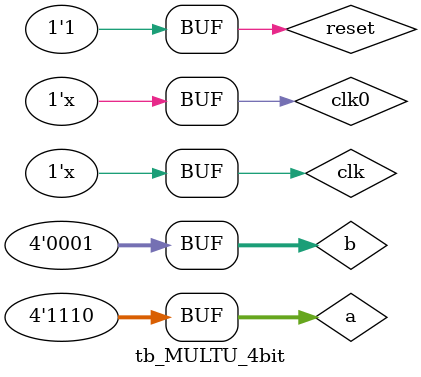
<source format=v>
`timescale 1ns / 1ps

module tb_MULTU_4bit ();
    parameter XH = 2022217597;
    // Inputs
    reg        clk = 0;
    reg        reset = 0;
    reg  [3:0] a;
    reg  [3:0] b;
    // Outputs
    wire [7:0] z;
    // 模拟使用时钟信号
    always begin
        #(XH / 2) clk <= ~clk;
    end

    // 实例化 MULTU_4bit 模块
    MULTU_4bit u_MULTU_4bit (
        .clk  (clk),
        .reset(reset),
        .a    (a),
        .b    (b),
        .z    (z)
    );

    // 数码管扫描时钟设定
    reg clk0 = 0;
    always begin
        #(XH / 2) clk0 <= ~clk0;
    end
    wire seg_clk;
    CLK_DIV u_CLK_DIV (
        .clk0(clk0),
        .clk (seg_clk)
    );

    // 将 a, b, z 转换为 8421BCD 码
    wire [ 7:0] a_bcd;
    wire [ 7:0] b_bcd;
    wire [15:0] z_bcd;
    Bit4_to_8421 u_Bit4_to_8421_1 (
        .a  (a),
        .bcd(a_bcd)
    );
    Bit4_to_8421 u_Bit4_to_8421_2 (
        .a  (b),
        .bcd(b_bcd)
    );
    Bit4_to_8421 u_Bit4_to_8421_3 (
        .a  (z[7:4]),
        .bcd(z_bcd[15:8])
    );
    Bit4_to_8421 u_Bit4_to_8421_4 (
        .a  (z[3:0]),
        .bcd(z_bcd[7:0])
    );

    // 显示被乘数、乘数和乘积
    wire [7:0] an;
    wire [7:0] seg_output_0;
    wire [7:0] seg_output_1;
    ShowEightSeg7 u_ShowEightSeg7 (
        .clk     (seg_clk),
        .seg0    (a_bcd[7:4]),
        .seg1    (a_bcd[3:0]),
        .seg2    (b_bcd[7:4]),
        .seg3    (b_bcd[3:0]),
        .seg4    (z_bcd[15:12]),
        .seg5    (z_bcd[11:8]),
        .seg6    (z_bcd[7:4]),
        .seg7    (z_bcd[3:0]),
        .an      (an),
        .segout_0(seg_output_0),
        .segout_1(seg_output_1)
    );

    // 初始化
    initial begin
        reset = 1;
        a <= 4'b0100;
        b <= 4'b0101;
        #XH;
        a <= 4'b0000;
        b <= 4'b0000;
        #XH;
        a <= 4'b0011;
        b <= 4'b0001;
        #XH;
        a <= 4'b1111;
        b <= 4'b1111;
        #XH;
        a <= 4'b0010;
        b <= 4'b1010;
        #XH;
        a <= 4'b1010;
        b <= 4'b0010;
        #XH;
        a <= 4'b0100;
        b <= 4'b0010;
        #XH;
        a <= 4'b1110;
        b <= 4'b0001;
        #XH;
    end
endmodule

</source>
